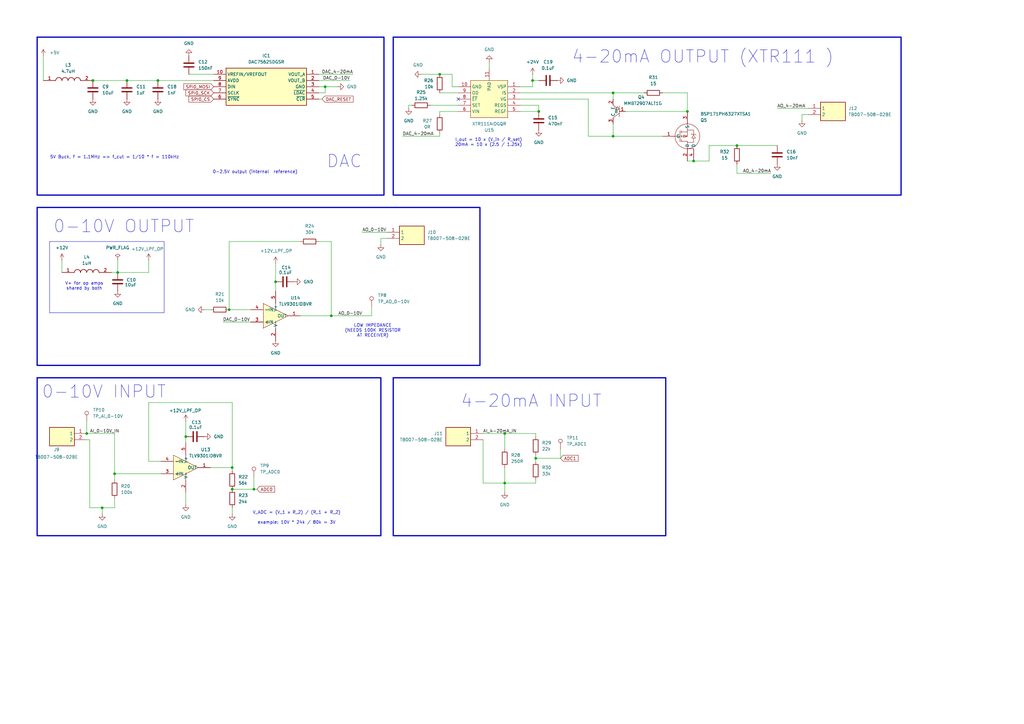
<source format=kicad_sch>
(kicad_sch (version 20250114) (generator "eeschema") (generator_version "9.0")
  (paper "A3")
  (lib_symbols
    (symbol "Connector:TestPoint" (pin_numbers (hide yes)) (pin_names (offset 0.762) (hide yes))
      (property "Reference" "TP" (at 0 6.858 0))
      (property "Value" "TestPoint" (at 0 5.08 0))
      (symbol "TestPoint_0_1"
        (circle (center 0 3.302) (radius 0.762))
      )
      (symbol "TestPoint_1_1"
        (pin passive line (at 0 0 90) (length 2.54) (name "1") (number "1"))
      )
    )
    (symbol "Device:C" (pin_numbers (hide yes)) (pin_names (offset 0.254))
      (property "Reference" "C" (at 0.635 2.54 0))
      (property "Value" "C" (at 0.635 -2.54 0))
      (symbol "C_0_1"
        (polyline (pts (xy -2.032 0.762) (xy 2.032 0.762)) (stroke (width 0.508)))
        (polyline (pts (xy -2.032 -0.762) (xy 2.032 -0.762)) (stroke (width 0.508)))
      )
      (symbol "C_1_1"
        (pin passive line (at 0 3.81 270) (length 2.794) (name "~") (number "1"))
        (pin passive line (at 0 -3.81 90) (length 2.794) (name "~") (number "2"))
      )
    )
    (symbol "Device:R" (pin_numbers (hide yes)) (pin_names (offset 0))
      (property "Reference" "R" (at 2.032 0 90))
      (property "Value" "R" (at 0 0 90))
      (symbol "R_0_1"
        (rectangle (start -1.016 -2.54) (end 1.016 2.54) (stroke (width 0.254)))
      )
      (symbol "R_1_1"
        (pin passive line (at 0 3.81 270) (length 1.27) (name "~") (number "1"))
        (pin passive line (at 0 -3.81 90) (length 1.27) (name "~") (number "2"))
      )
    )
    (symbol "EasyEDA:BSP171PH6327XTSA1"
      (property "Reference" "Q" (at 0 15.24 0))
      (property "Value" "BSP171PH6327XTSA1" (at 0 -15.24 0))
      (symbol "BSP171PH6327XTSA1_0_1"
        (polyline (pts (xy -5.08 0) (xy -3.05 0)))
        (polyline (pts (xy -3.05 2.29) (xy -3.05 -2.29)))
        (polyline (pts (xy -2.54 2.29) (xy -2.54 1.27)))
        (polyline (pts (xy -2.54 2.03) (xy 0 2.03) (xy 0 2.54) (xy 2.54 2.54) (xy 2.54 0.76)))
        (polyline (pts (xy -2.54 0) (xy 0 0) (xy 0 -2.54) (xy 2.54 -2.54) (xy 2.54 -0.76)))
        (polyline (pts (xy -2.54 -0.51) (xy -2.54 0.51)))
        (polyline (pts (xy -2.54 -2.29) (xy -2.54 -1.27)))
        (polyline (pts (xy 0 2.54) (xy 0 5.08)))
        (polyline (pts (xy 0 0) (xy -1.52 -0.51) (xy -1.52 0.51) (xy 0 0)) (fill (type background)))
        (circle (center 0 0) (radius 5.08))
        (polyline (pts (xy 0 -1.78) (xy -2.54 -1.78)))
        (polyline (pts (xy 0 -5.08) (xy 0 -2.54)))
        (polyline (pts (xy 2.54 5.08) (xy 0 5.08)))
        (polyline (pts (xy 2.54 -0.51) (xy 1.78 0.76) (xy 3.3 0.76) (xy 2.54 -0.51)) (fill (type background)))
        (polyline (pts (xy 3.56 -0.51) (xy 3.3 -0.76) (xy 1.78 -0.76) (xy 1.52 -1.02)))
        (pin unspecified line (at -10.16 0 0) (length 5.08) (name "G") (number "1"))
        (pin unspecified line (at 0 10.16 270) (length 5.08) (name "D") (number "2"))
        (pin unspecified line (at 0 -10.16 90) (length 5.08) (name "S") (number "3"))
        (pin unspecified line (at 2.54 10.16 270) (length 5.08) (name "D") (number "4"))
      )
    )
    (symbol "EasyEDA:MMBT2907ALT1G"
      (property "Reference" "Q" (at 0 10.16 0))
      (property "Value" "MMBT2907ALT1G" (at 0 -10.16 0))
      (symbol "MMBT2907ALT1G_0_1"
        (polyline (pts (xy 0 2.29) (xy 0 -2.29)))
        (polyline (pts (xy 0 -0.76) (xy 1.52 -1.02) (xy 0.76 -2.03) (xy 0 -0.76)) (fill (type background)))
        (polyline (pts (xy 0.76 -1.27) (xy 2.54 -2.54)))
        (polyline (pts (xy 2.54 2.54) (xy 0 0.76)))
        (pin unspecified line (at -2.54 0 0) (length 2.54) (name "B") (number "1"))
        (pin unspecified line (at 2.54 5.08 270) (length 2.54) (name "C") (number "3"))
        (pin unspecified line (at 2.54 -5.08 90) (length 2.54) (name "E") (number "2"))
      )
    )
    (symbol "EasyEDA:TLV9301IDBVR"
      (property "Reference" "U" (at 0 15.24 0))
      (property "Value" "TLV9301IDBVR" (at 0 -15.24 0))
      (symbol "TLV9301IDBVR_0_1"
        (polyline (pts (xy -5.08 -5.08) (xy 5.08 0) (xy -5.08 5.08) (xy -5.08 -5.08)) (fill (type background)))
        (polyline (pts (xy -4.06 2.54) (xy -2.54 2.54)))
        (polyline (pts (xy -4.06 -2.54) (xy -2.54 -2.54)))
        (polyline (pts (xy -3.3 -1.78) (xy -3.3 -3.3)))
        (polyline (pts (xy 0 5.08) (xy 0 2.54)))
        (polyline (pts (xy 0 -2.54) (xy 0 -5.08)))
        (pin unspecified line (at -10.16 2.54 0) (length 5.08) (name "-IN") (number "4"))
        (pin unspecified line (at -10.16 -2.54 0) (length 5.08) (name "+IN") (number "3"))
        (pin power_in line (at 0 10.16 270) (length 5.08) (name "V+") (number "5"))
        (pin power_in line (at 0 -10.16 90) (length 5.08) (name "V-") (number "2"))
        (pin output line (at 10.16 0 180) (length 5.08) (name "OUT") (number "1"))
      )
    )
    (symbol "EasyEDA:XTR111AIDGQR"
      (property "Reference" "U" (at 0 17.78 0))
      (property "Value" "XTR111AIDGQR" (at 0 -10.16 0))
      (symbol "XTR111AIDGQR_0_1"
        (rectangle (start -7.62 7.62) (end 7.62 -7.62) (fill (type background)))
        (pin unspecified line (at -12.7 5.08 0) (length 5.08) (name "VSP") (number "1"))
        (pin unspecified line (at -12.7 2.54 0) (length 5.08) (name "IS") (number "2"))
        (pin unspecified line (at -12.7 0 0) (length 5.08) (name "VG") (number "3"))
        (pin unspecified line (at -12.7 -2.54 0) (length 5.08) (name "REGS") (number "4"))
        (pin unspecified line (at -12.7 -5.08 0) (length 5.08) (name "REGF") (number "5"))
        (pin unspecified line (at 0 12.7 270) (length 5.08) (name "PAD") (number "11"))
        (pin unspecified line (at 12.7 5.08 180) (length 5.08) (name "GND") (number "10"))
        (pin unspecified line (at 12.7 2.54 180) (length 5.08) (name "OD") (number "9"))
        (pin unspecified line (at 12.7 0 180) (length 5.08) (name "~{EF}") (number "8"))
        (pin unspecified line (at 12.7 -2.54 180) (length 5.08) (name "SET") (number "7"))
        (pin unspecified line (at 12.7 -5.08 180) (length 5.08) (name "VIN") (number "6"))
      )
    )
    (symbol "Samacsys:DAC7562SDGSR"
      (property "Reference" "IC" (at 39.37 7.62 0))
      (property "Value" "DAC7562SDGSR" (at 39.37 5.08 0))
      (symbol "DAC7562SDGSR_1_1"
        (rectangle (start 5.08 2.54) (end 38.1 -12.7) (stroke (width 0.254)) (fill (type background)))
        (pin passive line (at 0 0 0) (length 5.08) (name "VOUT_A") (number "1"))
        (pin passive line (at 0 -2.54 0) (length 5.08) (name "VOUT_B") (number "2"))
        (pin passive line (at 0 -5.08 0) (length 5.08) (name "GND") (number "3"))
        (pin passive line (at 0 -7.62 0) (length 5.08) (name "~{LDAC}") (number "4"))
        (pin passive line (at 0 -10.16 0) (length 5.08) (name "~{CLR}") (number "5"))
        (pin passive line (at 43.18 0 180) (length 5.08) (name "VREFIN/VREFOUT") (number "10"))
        (pin passive line (at 43.18 -2.54 180) (length 5.08) (name "AVDD") (number "9"))
        (pin passive line (at 43.18 -5.08 180) (length 5.08) (name "DIN") (number "8"))
        (pin passive line (at 43.18 -7.62 180) (length 5.08) (name "SCLK") (number "7"))
        (pin passive line (at 43.18 -10.16 180) (length 5.08) (name "~{SYNC}") (number "6"))
      )
    )
    (symbol "Samacsys:LQM31PN1R0M00L" (pin_names (hide yes))
      (property "Reference" "L" (at 16.51 6.35 0))
      (property "Value" "LQM31PN1R0M00L" (at 16.51 3.81 0))
      (symbol "LQM31PN1R0M00L_1_1"
        (arc (start 5.08 0) (mid 6.35 1.219) (end 7.62 0) (stroke (width 0.254)))
        (arc (start 7.62 0) (mid 8.89 1.219) (end 10.16 0) (stroke (width 0.254)))
        (arc (start 10.16 0) (mid 11.43 1.219) (end 12.7 0) (stroke (width 0.254)))
        (arc (start 12.7 0) (mid 13.97 1.219) (end 15.24 0) (stroke (width 0.254)))
        (pin passive line (at 0 0 0) (length 5.08) (name "1") (number "1"))
        (pin passive line (at 20.32 0 180) (length 5.08) (name "2") (number "2"))
      )
    )
    (symbol "Samacsys:LQM31PN4R7M00L" (pin_names (hide yes))
      (property "Reference" "L" (at 16.51 6.35 0))
      (property "Value" "LQM31PN4R7M00L" (at 16.51 3.81 0))
      (symbol "LQM31PN4R7M00L_1_1"
        (arc (start 5.08 0) (mid 6.35 1.219) (end 7.62 0) (stroke (width 0.254)))
        (arc (start 7.62 0) (mid 8.89 1.219) (end 10.16 0) (stroke (width 0.254)))
        (arc (start 10.16 0) (mid 11.43 1.219) (end 12.7 0) (stroke (width 0.254)))
        (arc (start 12.7 0) (mid 13.97 1.219) (end 15.24 0) (stroke (width 0.254)))
        (pin passive line (at 0 0 0) (length 5.08) (name "1") (number "1"))
        (pin passive line (at 20.32 0 180) (length 5.08) (name "2") (number "2"))
      )
    )
    (symbol "Samacsys:TB007-508-02BE"
      (property "Reference" "J" (at 16.51 7.62 0))
      (property "Value" "TB007-508-02BE" (at 16.51 5.08 0))
      (symbol "TB007-508-02BE_1_1"
        (rectangle (start 5.08 2.54) (end 15.24 -5.08) (stroke (width 0.254)) (fill (type background)))
        (pin passive line (at 0 0 0) (length 5.08) (name "1") (number "1"))
        (pin passive line (at 0 -2.54 0) (length 5.08) (name "2") (number "2"))
      )
    )
    (symbol "power:+12V" (power) (pin_numbers (hide yes)) (pin_names (offset 0) (hide yes))
      (property "Value" "+12V" (at 0 3.556 0))
      (symbol "+12V_0_1"
        (polyline (pts (xy -0.762 1.27) (xy 0 2.54)))
        (polyline (pts (xy 0 2.54) (xy 0.762 1.27)))
        (polyline (pts (xy 0 0) (xy 0 2.54)))
      )
      (symbol "+12V_1_1"
        (pin power_in line (at 0 0 90) (length 0) (name "~") (number "1"))
      )
    )
    (symbol "power:+24V" (power) (pin_numbers (hide yes)) (pin_names (offset 0) (hide yes))
      (property "Value" "+24V" (at 0 3.556 0))
      (symbol "+24V_0_1"
        (polyline (pts (xy -0.762 1.27) (xy 0 2.54)))
        (polyline (pts (xy 0 2.54) (xy 0.762 1.27)))
        (polyline (pts (xy 0 0) (xy 0 2.54)))
      )
      (symbol "+24V_1_1"
        (pin power_in line (at 0 0 90) (length 0) (name "~") (number "1"))
      )
    )
    (symbol "power:+5V" (power) (pin_numbers (hide yes)) (pin_names (offset 0) (hide yes))
      (property "Value" "+5V" (at 0 3.556 0))
      (symbol "+5V_0_1"
        (polyline (pts (xy -0.762 1.27) (xy 0 2.54)))
        (polyline (pts (xy 0 2.54) (xy 0.762 1.27)))
        (polyline (pts (xy 0 0) (xy 0 2.54)))
      )
      (symbol "+5V_1_1"
        (pin power_in line (at 0 0 90) (length 0) (name "~") (number "1"))
      )
    )
    (symbol "power:GND" (power) (pin_numbers (hide yes)) (pin_names (offset 0) (hide yes))
      (property "Value" "GND" (at 0 -3.81 0))
      (symbol "GND_0_1"
        (polyline (pts (xy 0 0) (xy 0 -1.27) (xy 1.27 -1.27) (xy 0 -2.54) (xy -1.27 -1.27) (xy 0 -1.27)))
      )
      (symbol "GND_1_1"
        (pin power_in line (at 0 0 270) (length 0) (name "~") (number "1"))
      )
    )
    (symbol "power:PWR_FLAG" (power) (pin_numbers (hide yes)) (pin_names (offset 0) (hide yes))
      (property "Value" "PWR_FLAG" (at 0 3.81 0))
      (symbol "PWR_FLAG_0_0"
        (pin power_out line (at 0 0 90) (length 0) (name "~") (number "1"))
      )
      (symbol "PWR_FLAG_0_1"
        (polyline (pts (xy 0 0) (xy 0 1.27) (xy -1.016 1.905) (xy 0 2.54) (xy 1.016 1.905) (xy 0 1.27)))
      )
    )
  )
  (rectangle (start 161.29 154.94) (end 273.05 219.71) (stroke (width 0.508)))
  (rectangle (start 20.32 99.06) (end 67.31 128.27))
  (rectangle (start 15.24 154.94) (end 156.21 219.71) (stroke (width 0.508)))
  (rectangle (start 15.24 85.09) (end 196.85 149.86) (stroke (width 0.508)))
  (rectangle (start 15.24 15.24) (end 157.48 80.01) (stroke (width 0.508)))
  (rectangle (start 161.29 15.24) (end 369.57 80.01) (stroke (width 0.508)))
  (text "V_ADC = (V_1 x R_2) / (R_1 + R_2)\n\nexample: 10V * 24k / 80k = 3V" (at 121.666 212.344 0) (effects (font (size 1.27 1.27))))
  (text "0-10V OUTPUT" (at 50.8 92.964 0) (effects (font (size 5.08 5.08))))
  (text "4-20mA OUTPUT (XTR111 )\n" (at 288.29 23.368 0) (effects (font (size 5.08 5.08))))
  (text "LOW IMPEDANCE\n(NEEDS 100K RESISTOR\nAT RECEIVER)\n" (at 152.908 135.636 0) (effects (font (size 1.27 1.27))))
  (text "I_out = 10 x (V_in / R_set)\n20mA = 10 x (2.5 / 1.25k)" (at 200.406 58.42 0) (effects (font (size 1.27 1.27))))
  (text "5V Buck, f = 1.1MHz => f_cut = 1/10 * f = 110kHz" (at 46.99 64.516 0) (effects (font (size 1.27 1.27))))
  (text "0-10V INPUT" (at 42.672 160.782 0) (effects (font (size 5.08 5.08))))
  (text "V+ for op amps\nshared by both" (at 34.544 117.348 0) (effects (font (size 1.27 1.27))))
  (text "0-2.5V output (internal  reference)" (at 104.648 70.612 0) (effects (font (size 1.27 1.27))))
  (text "DAC" (at 141.224 66.294 0) (effects (font (size 5.08 5.08))))
  (text "4-20mA INPUT" (at 217.932 164.592 0) (effects (font (size 5.08 5.08))))
  (junction (at 52.07 33.02))
  (junction (at 113.03 115.57))
  (junction (at 48.26 111.76))
  (junction (at 76.2 179.07))
  (junction (at 46.99 194.31))
  (junction (at 64.77 33.02))
  (junction (at 220.98 45.72))
  (junction (at 207.01 198.12))
  (junction (at 251.46 55.88))
  (junction (at 38.1 33.02))
  (junction (at 95.25 191.77))
  (junction (at 93.98 127))
  (junction (at 104.14 200.66))
  (junction (at 35.56 177.8))
  (junction (at 95.25 200.66))
  (junction (at 41.91 208.28))
  (junction (at 180.34 30.48))
  (junction (at 135.89 129.54))
  (junction (at 218.44 33.02))
  (junction (at 207.01 177.8))
  (junction (at 133.35 35.56))
  (junction (at 284.48 66.04))
  (junction (at 302.26 59.69))
  (junction (at 219.71 187.96))
  (junction (at 251.46 38.1))
  (junction (at 281.94 45.72))
  (no_connect (at 187.96 40.64))
  (wire (pts (xy 130.81 35.56) (xy 133.35 35.56)))
  (wire (pts (xy 218.44 35.56) (xy 213.36 35.56)))
  (wire (pts (xy 213.36 38.1) (xy 251.46 38.1)))
  (wire (pts (xy 180.34 54.61) (xy 180.34 55.88)))
  (wire (pts (xy 130.81 33.02) (xy 143.51 33.02)))
  (wire (pts (xy 156.21 100.33) (xy 156.21 97.79)))
  (wire (pts (xy 152.4 125.73) (xy 152.4 129.54)))
  (wire (pts (xy 185.42 35.56) (xy 187.96 35.56)))
  (wire (pts (xy 35.56 172.72) (xy 35.56 177.8)))
  (wire (pts (xy 251.46 38.1) (xy 264.16 38.1)))
  (wire (pts (xy 302.26 67.31) (xy 302.26 71.12)))
  (wire (pts (xy 219.71 186.69) (xy 219.71 187.96)))
  (wire (pts (xy 25.4 106.68) (xy 25.4 111.76)))
  (wire (pts (xy 156.21 97.79) (xy 158.75 97.79)))
  (wire (pts (xy 36.83 180.34) (xy 36.83 208.28)))
  (wire (pts (xy 198.12 177.8) (xy 207.01 177.8)))
  (wire (pts (xy 284.48 66.04) (xy 290.83 66.04)))
  (wire (pts (xy 76.2 172.72) (xy 76.2 179.07)))
  (wire (pts (xy 281.94 38.1) (xy 281.94 45.72)))
  (wire (pts (xy 130.81 40.64) (xy 132.08 40.64)))
  (wire (pts (xy 165.1 55.88) (xy 180.34 55.88)))
  (wire (pts (xy 251.46 50.8) (xy 251.46 55.88)))
  (wire (pts (xy 76.2 179.07) (xy 76.2 181.61)))
  (wire (pts (xy 251.46 55.88) (xy 271.78 55.88)))
  (wire (pts (xy 148.59 95.25) (xy 158.75 95.25)))
  (wire (pts (xy 60.96 165.1) (xy 95.25 165.1)))
  (wire (pts (xy 302.26 71.12) (xy 316.23 71.12)))
  (wire (pts (xy 38.1 33.02) (xy 52.07 33.02)))
  (wire (pts (xy 95.25 193.04) (xy 95.25 191.77)))
  (wire (pts (xy 76.2 201.93) (xy 76.2 207.01)))
  (wire (pts (xy 187.96 38.1) (xy 180.34 38.1)))
  (wire (pts (xy 302.26 59.69) (xy 318.77 59.69)))
  (wire (pts (xy 113.03 115.57) (xy 113.03 119.38)))
  (wire (pts (xy 176.53 43.18) (xy 187.96 43.18)))
  (wire (pts (xy 180.34 46.99) (xy 180.34 45.72)))
  (wire (pts (xy 46.99 204.47) (xy 46.99 208.28)))
  (wire (pts (xy 52.07 33.02) (xy 64.77 33.02)))
  (wire (pts (xy 281.94 66.04) (xy 284.48 66.04)))
  (wire (pts (xy 213.36 43.18) (xy 220.98 43.18)))
  (wire (pts (xy 180.34 30.48) (xy 185.42 30.48)))
  (wire (pts (xy 48.26 106.68) (xy 48.26 111.76)))
  (wire (pts (xy 220.98 33.02) (xy 218.44 33.02)))
  (wire (pts (xy 281.94 38.1) (xy 271.78 38.1)))
  (wire (pts (xy 95.25 208.28) (xy 95.25 210.82)))
  (wire (pts (xy 35.56 177.8) (xy 46.99 177.8)))
  (wire (pts (xy 46.99 194.31) (xy 66.04 194.31)))
  (wire (pts (xy 104.14 200.66) (xy 105.41 200.66)))
  (wire (pts (xy 180.34 45.72) (xy 187.96 45.72)))
  (wire (pts (xy 130.81 38.1) (xy 133.35 38.1)))
  (wire (pts (xy 172.72 30.48) (xy 180.34 30.48)))
  (wire (pts (xy 46.99 177.8) (xy 46.99 194.31)))
  (wire (pts (xy 213.36 45.72) (xy 220.98 45.72)))
  (wire (pts (xy 77.47 30.48) (xy 87.63 30.48)))
  (wire (pts (xy 207.01 191.77) (xy 207.01 198.12)))
  (wire (pts (xy 133.35 35.56) (xy 138.43 35.56)))
  (wire (pts (xy 113.03 107.95) (xy 113.03 115.57)))
  (wire (pts (xy 229.87 184.15) (xy 229.87 187.96)))
  (wire (pts (xy 93.98 127) (xy 102.87 127)))
  (wire (pts (xy 328.93 46.99) (xy 331.47 46.99)))
  (wire (pts (xy 17.78 22.86) (xy 17.78 33.02)))
  (wire (pts (xy 135.89 99.06) (xy 135.89 129.54)))
  (wire (pts (xy 123.19 129.54) (xy 135.89 129.54)))
  (wire (pts (xy 130.81 99.06) (xy 135.89 99.06)))
  (wire (pts (xy 46.99 194.31) (xy 46.99 196.85)))
  (wire (pts (xy 198.12 198.12) (xy 207.01 198.12)))
  (wire (pts (xy 41.91 208.28) (xy 41.91 210.82)))
  (wire (pts (xy 135.89 129.54) (xy 152.4 129.54)))
  (wire (pts (xy 220.98 43.18) (xy 220.98 45.72)))
  (wire (pts (xy 41.91 208.28) (xy 46.99 208.28)))
  (wire (pts (xy 207.01 198.12) (xy 219.71 198.12)))
  (wire (pts (xy 60.96 189.23) (xy 60.96 165.1)))
  (wire (pts (xy 219.71 198.12) (xy 219.71 196.85)))
  (wire (pts (xy 207.01 177.8) (xy 207.01 184.15)))
  (wire (pts (xy 144.78 30.48) (xy 130.81 30.48)))
  (wire (pts (xy 93.98 99.06) (xy 123.19 99.06)))
  (wire (pts (xy 241.3 40.64) (xy 241.3 55.88)))
  (wire (pts (xy 219.71 187.96) (xy 219.71 189.23)))
  (wire (pts (xy 328.93 49.53) (xy 328.93 46.99)))
  (wire (pts (xy 95.25 200.66) (xy 104.14 200.66)))
  (wire (pts (xy 198.12 180.34) (xy 198.12 198.12)))
  (wire (pts (xy 36.83 208.28) (xy 41.91 208.28)))
  (wire (pts (xy 219.71 187.96) (xy 229.87 187.96)))
  (wire (pts (xy 133.35 38.1) (xy 133.35 35.56)))
  (wire (pts (xy 48.26 111.76) (xy 60.96 111.76)))
  (wire (pts (xy 213.36 40.64) (xy 241.3 40.64)))
  (wire (pts (xy 64.77 33.02) (xy 87.63 33.02)))
  (wire (pts (xy 60.96 106.68) (xy 60.96 111.76)))
  (wire (pts (xy 104.14 195.58) (xy 104.14 200.66)))
  (wire (pts (xy 218.44 30.48) (xy 218.44 33.02)))
  (wire (pts (xy 95.25 165.1) (xy 95.25 191.77)))
  (wire (pts (xy 167.64 43.18) (xy 168.91 43.18)))
  (wire (pts (xy 36.83 180.34) (xy 35.56 180.34)))
  (wire (pts (xy 83.82 127) (xy 86.36 127)))
  (wire (pts (xy 167.64 44.45) (xy 167.64 43.18)))
  (wire (pts (xy 66.04 189.23) (xy 60.96 189.23)))
  (wire (pts (xy 241.3 55.88) (xy 251.46 55.88)))
  (wire (pts (xy 207.01 198.12) (xy 207.01 201.93)))
  (wire (pts (xy 93.98 99.06) (xy 93.98 127)))
  (wire (pts (xy 256.54 45.72) (xy 281.94 45.72)))
  (wire (pts (xy 251.46 38.1) (xy 251.46 40.64)))
  (wire (pts (xy 318.77 44.45) (xy 331.47 44.45)))
  (wire (pts (xy 91.44 132.08) (xy 102.87 132.08)))
  (wire (pts (xy 219.71 179.07) (xy 219.71 177.8)))
  (wire (pts (xy 45.72 111.76) (xy 48.26 111.76)))
  (wire (pts (xy 218.44 33.02) (xy 218.44 35.56)))
  (wire (pts (xy 290.83 66.04) (xy 290.83 59.69)))
  (wire (pts (xy 290.83 59.69) (xy 302.26 59.69)))
  (wire (pts (xy 200.66 25.4) (xy 200.66 27.94)))
  (wire (pts (xy 185.42 30.48) (xy 185.42 35.56)))
  (wire (pts (xy 95.25 191.77) (xy 86.36 191.77)))
  (wire (pts (xy 219.71 177.8) (xy 207.01 177.8)))
  (label "AO_0-10V" (at 148.59 95.25 0))
  (label "DAC_0-10V" (at 143.51 33.02 180))
  (label "DAC_4-20mA" (at 165.1 55.88 0))
  (label "AO_4-20mA" (at 318.77 44.45 0))
  (label "AI_4-20mA_IN" (at 198.12 177.8 0))
  (label "AI_0-10V_IN" (at 36.83 177.8 0))
  (label "AO_4-20mA" (at 316.23 71.12 180))
  (label "AO_0-10V" (at 148.59 129.54 180))
  (label "DAC_4-20mA" (at 144.78 30.48 180))
  (label "DAC_0-10V" (at 91.44 132.08 0))
  (global_label "DAC_RESET" (shape input) (at 132.08 40.64 0) (property "Intersheetrefs" "${INTERSHEET_REFS}" (effects (hide yes))))
  (global_label "ADC1" (shape input) (at 229.87 187.96 0) (property "Intersheetrefs" "${INTERSHEET_REFS}" (effects (hide yes))))
  (global_label "SPI0_MOSI" (shape input) (at 87.63 35.56 180) (property "Intersheetrefs" "${INTERSHEET_REFS}" (effects (hide yes))))
  (global_label "SPI0_CS" (shape input) (at 87.63 40.64 180) (property "Intersheetrefs" "${INTERSHEET_REFS}" (effects (hide yes))))
  (global_label "SPI0_SCK" (shape input) (at 87.63 38.1 180) (property "Intersheetrefs" "${INTERSHEET_REFS}" (effects (hide yes))))
  (global_label "ADC0" (shape input) (at 105.41 200.66 0) (property "Intersheetrefs" "${INTERSHEET_REFS}" (effects (hide yes))))
  (symbol (lib_id "Device:R") (at 172.72 43.18 270) (mirror x) (unit 1)
    (property "Reference" "R25" (at 172.72 37.846 90))
    (property "Value" "1.25k" (at 172.72 40.386 90))
    (property "Footprint" "Resistor_SMD:R_1206_3216Metric_Pad1.30x1.75mm_HandSolder" (effects (hide yes)))
    (property "Description" "Resistor" (effects (hide yes)))
  )
  (symbol (lib_id "power:GND") (at 207.01 201.93 0) (unit 1)
    (property "Reference" "#PWR056" (effects (hide yes)))
    (property "Value" "GND" (at 207.01 207.01 0))
    (property "Description" "Power symbol creates a global label with name \"GND\" , ground" (effects (hide yes)))
  )
  (symbol (lib_id "Device:R") (at 46.99 200.66 180) (unit 1)
    (property "Reference" "R20" (at 49.53 199.3899 0) (effects (justify right)))
    (property "Value" "100k" (at 49.53 201.9299 0) (effects (justify right)))
    (property "Footprint" "Resistor_SMD:R_1206_3216Metric_Pad1.30x1.75mm_HandSolder" (effects (hide yes)))
    (property "Description" "Resistor" (effects (hide yes)))
  )
  (symbol (lib_id "EasyEDA:MMBT2907ALT1G") (at 254 45.72 180) (unit 1)
    (property "Reference" "Q4" (at 261.62 39.878 0) (effects (justify right)))
    (property "Value" "MMBT2907ALT1G" (at 255.778 42.418 0) (effects (justify right)))
    (property "Footprint" "EasyEDA:SOT-23-3_L2.9-W1.3-P1.90-LS2.4-BR" (effects (hide yes)))
    (property "Datasheet" "https://lcsc.com/product-detail/Transistors-NPN-PNP_ON_MMBT2907ALT1G_MMBT2907ALT1G_C40752.html" (effects (hide yes)))
    (property "LCSC Part" "C40752" (effects (hide yes)))
  )
  (symbol (lib_id "Device:R") (at 180.34 34.29 0) (mirror x) (unit 1)
    (property "Reference" "R26" (at 177.8 33.0199 0) (effects (justify right)))
    (property "Value" "10k" (at 177.8 35.5599 0) (effects (justify right)))
    (property "Footprint" "Resistor_SMD:R_1206_3216Metric_Pad1.30x1.75mm_HandSolder" (effects (hide yes)))
    (property "Description" "Resistor" (effects (hide yes)))
  )
  (symbol (lib_id "EasyEDA:TLV9301IDBVR") (at 76.2 191.77 0) (unit 1)
    (property "Reference" "U13" (at 84.328 184.404 0))
    (property "Value" "TLV9301IDBVR" (at 84.328 186.944 0))
    (property "Footprint" "EasyEDA:SOT-23-5_L3.0-W1.7-P0.95-LS2.8-BR" (effects (hide yes)))
    (property "LCSC Part" "C2867945" (effects (hide yes)))
  )
  (symbol (lib_id "Device:R") (at 90.17 127 270) (mirror x) (unit 1)
    (property "Reference" "R21" (at 90.17 120.65 90))
    (property "Value" "10k" (at 90.17 123.19 90))
    (property "Footprint" "Resistor_SMD:R_1206_3216Metric_Pad1.30x1.75mm_HandSolder" (effects (hide yes)))
    (property "Description" "Resistor" (effects (hide yes)))
  )
  (symbol (lib_id "power:GND") (at 77.47 22.86 180) (unit 1)
    (property "Reference" "#PWR042" (effects (hide yes)))
    (property "Value" "GND" (at 77.47 17.78 0))
    (property "Description" "Power symbol creates a global label with name \"GND\" , ground" (effects (hide yes)))
  )
  (symbol (lib_id "power:GND") (at 156.21 100.33 0) (unit 1)
    (property "Reference" "#PWR052" (effects (hide yes)))
    (property "Value" "GND" (at 156.21 105.41 0))
    (property "Description" "Power symbol creates a global label with name \"GND\" , ground" (effects (hide yes)))
  )
  (symbol (lib_id "Samacsys:TB007-508-02BE") (at 198.12 177.8 0) (mirror y) (unit 1)
    (property "Reference" "J11" (at 181.61 177.7999 0) (effects (justify left)))
    (property "Value" "TB007-508-02BE" (at 181.61 180.3399 0) (effects (justify left)))
    (property "Footprint" "Samacsys:TB00750802BE" (effects (hide yes)))
    (property "Datasheet" "https://www.digikey.ph/en/products/detail/same-sky-formerly-cui-devices/TB007-508-02BE/10064127?msockid=3bdc366bbe0663d83c1223c0bf3662a6" (effects (hide yes)))
    (property "Description" "2~24 Poles, Screw Type, Horizontal, 5.08 Pitch, 24~12 (AWG), Terminal Block Connector" (effects (hide yes)))
    (property "Height" "14" (effects (hide yes)))
    (property "Mouser Part Number" "490-TB007-508-02BE" (effects (hide yes)))
    (property "Mouser Price/Stock" "https://www.mouser.co.uk/ProductDetail/Same-Sky/TB007-508-02BE?qs=vLWxofP3U2y6PFKAfCqKUQ%3D%3D" (effects (hide yes)))
    (property "Manufacturer_Name" "Same Sky" (effects (hide yes)))
    (property "Manufacturer_Part_Number" "TB007-508-02BE" (effects (hide yes)))
  )
  (symbol (lib_id "power:GND") (at 76.2 207.01 0) (unit 1)
    (property "Reference" "#PWR045" (effects (hide yes)))
    (property "Value" "GND" (at 76.2 212.09 0))
    (property "Description" "Power symbol creates a global label with name \"GND\" , ground" (effects (hide yes)))
  )
  (symbol (lib_id "Device:C") (at 224.79 33.02 270) (unit 1)
    (property "Reference" "C19" (at 224.79 25.4 90))
    (property "Value" "0.1uF" (at 224.79 27.94 90))
    (property "Footprint" "Capacitor_SMD:C_1206_3216Metric_Pad1.33x1.80mm_HandSolder" (effects (hide yes)))
    (property "Description" "Unpolarized capacitor" (effects (hide yes)))
  )
  (symbol (lib_id "Device:R") (at 219.71 193.04 180) (unit 1)
    (property "Reference" "R30" (at 222.25 191.7699 0) (effects (justify right)))
    (property "Value" "33k" (at 222.25 194.3099 0) (effects (justify right)))
    (property "Footprint" "Resistor_SMD:R_1206_3216Metric_Pad1.30x1.75mm_HandSolder" (effects (hide yes)))
    (property "Description" "Resistor" (effects (hide yes)))
  )
  (symbol (lib_id "power:GND") (at 38.1 40.64 0) (unit 1)
    (property "Reference" "#PWR037" (effects (hide yes)))
    (property "Value" "GND" (at 38.1 45.72 0))
    (property "Description" "Power symbol creates a global label with name \"GND\" , ground" (effects (hide yes)))
  )
  (symbol (lib_id "Device:C") (at 116.84 115.57 90) (mirror x) (unit 1)
    (property "Reference" "C14" (at 117.348 109.728 90))
    (property "Value" "0.1uF" (at 117.094 111.76 90))
    (property "Footprint" "Capacitor_SMD:C_1206_3216Metric_Pad1.33x1.80mm_HandSolder" (effects (hide yes)))
    (property "Description" "Unpolarized capacitor" (effects (hide yes)))
  )
  (symbol (lib_id "power:+12V") (at 76.2 172.72 0) (unit 1)
    (property "Reference" "#PWR044" (effects (hide yes)))
    (property "Value" "+12V_LPF_OP" (at 69.342 168.402 0) (effects (justify left)))
    (property "Description" "Power symbol creates a global label with name \"+12V\"" (effects (hide yes)))
  )
  (symbol (lib_id "EasyEDA:BSP171PH6327XTSA1") (at 281.94 55.88 0) (mirror x) (unit 1)
    (property "Reference" "Q5" (at 287.274 49.276 0) (effects (justify left)))
    (property "Value" "BSP171PH6327XTSA1" (at 287.274 46.736 0) (effects (justify left)))
    (property "Footprint" "EasyEDA:SOT-223-4_L6.5-W3.5-P2.30-LS7.0-BR" (effects (hide yes)))
    (property "Datasheet" "https://lcsc.com/product-detail/MOSFET_Infineon_BSP171PH6327XTSA1_BSP171PH6327XTSA1_C151492.html" (effects (hide yes)))
    (property "LCSC Part" "C151492" (effects (hide yes)))
  )
  (symbol (lib_id "Device:R") (at 219.71 182.88 180) (unit 1)
    (property "Reference" "R29" (at 222.25 181.6099 0) (effects (justify right)))
    (property "Value" "22k" (at 222.25 184.1499 0) (effects (justify right)))
    (property "Footprint" "Resistor_SMD:R_1206_3216Metric_Pad1.30x1.75mm_HandSolder" (effects (hide yes)))
    (property "Description" "Resistor" (effects (hide yes)))
  )
  (symbol (lib_id "power:GND") (at 120.65 115.57 90) (unit 1)
    (property "Reference" "#PWR050" (effects (hide yes)))
    (property "Value" "GND" (at 124.46 115.5699 90) (effects (justify right)))
    (property "Description" "Power symbol creates a global label with name \"GND\" , ground" (effects (hide yes)))
  )
  (symbol (lib_id "Device:C") (at 77.47 26.67 180) (unit 1)
    (property "Reference" "C12" (at 81.28 25.3999 0) (effects (justify right)))
    (property "Value" "150nF" (at 81.28 27.9399 0) (effects (justify right)))
    (property "Footprint" "Capacitor_SMD:C_1206_3216Metric_Pad1.33x1.80mm_HandSolder" (effects (hide yes)))
    (property "Description" "Unpolarized capacitor" (effects (hide yes)))
  )
  (symbol (lib_id "EasyEDA:TLV9301IDBVR") (at 113.03 129.54 0) (unit 1)
    (property "Reference" "U14" (at 121.158 122.174 0))
    (property "Value" "TLV9301IDBVR" (at 121.158 124.714 0))
    (property "Footprint" "EasyEDA:SOT-23-5_L3.0-W1.7-P0.95-LS2.8-BR" (effects (hide yes)))
    (property "LCSC Part" "C2867945" (effects (hide yes)))
  )
  (symbol (lib_id "Samacsys:DAC7562SDGSR") (at 130.81 30.48 0) (mirror y) (unit 1)
    (property "Reference" "IC1" (at 109.22 22.86 0))
    (property "Value" "DAC7562SDGSR" (at 109.22 25.4 0))
    (property "Footprint" "Samacsys:SOP50P490X110-10N" (effects (hide yes)))
    (property "Datasheet" "http://www.ti.com/general/docs/suppproductinfo.tsp?distId=10&gotoUrl=http%3A%2F%2Fwww.ti.com%2Flit%2Fgpn%2Fdac7562" (effects (hide yes)))
    (property "Description" "DACxx6x Dual 16-, 14-, 12-Bit, Low-Power, Buffered, Voltage-Output DACs With 2.5-V, 4-PPM/C Internal Reference" (effects (hide yes)))
    (property "Height" "1.1" (effects (hide yes)))
    (property "Mouser Part Number" "595-DAC7562SDGSR" (effects (hide yes)))
    (property "Mouser Price/Stock" "https://www.mouser.co.uk/ProductDetail/Texas-Instruments/DAC7562SDGSR?qs=L4ss%2FyqpMWRwcGPboF7MLA%3D%3D" (effects (hide yes)))
    (property "Manufacturer_Name" "Texas Instruments" (effects (hide yes)))
    (property "Manufacturer_Part_Number" "DAC7562SDGSR" (effects (hide yes)))
  )
  (symbol (lib_id "Device:R") (at 207.01 187.96 180) (unit 1)
    (property "Reference" "R28" (at 209.55 186.6899 0) (effects (justify right)))
    (property "Value" "250R" (at 209.55 189.2299 0) (effects (justify right)))
    (property "Footprint" "Resistor_SMD:R_1206_3216Metric_Pad1.30x1.75mm_HandSolder" (effects (hide yes)))
    (property "Description" "Resistor" (effects (hide yes)))
  )
  (symbol (lib_id "Connector:TestPoint") (at 35.56 172.72 0) (unit 1)
    (property "Reference" "TP10" (at 38.1 168.1479 0) (effects (justify left)))
    (property "Value" "TP_AI_0-10V" (at 38.1 170.6879 0) (effects (justify left)))
    (property "Footprint" "TestPoint:TestPoint_THTPad_2.0x2.0mm_Drill1.0mm" (effects (hide yes)))
    (property "Description" "test point" (effects (hide yes)))
  )
  (symbol (lib_id "power:+24V") (at 218.44 30.48 0) (unit 1)
    (property "Reference" "#PWR057" (effects (hide yes)))
    (property "Value" "+24V" (at 218.44 25.4 0))
    (property "Description" "Power symbol creates a global label with name \"+24V\"" (effects (hide yes)))
  )
  (symbol (lib_id "Device:C") (at 220.98 49.53 180) (unit 1)
    (property "Reference" "C15" (at 224.79 48.2599 0) (effects (justify right)))
    (property "Value" "470nF" (at 224.79 50.7999 0) (effects (justify right)))
    (property "Footprint" "Capacitor_SMD:C_1206_3216Metric_Pad1.33x1.80mm_HandSolder" (effects (hide yes)))
    (property "Description" "Unpolarized capacitor" (effects (hide yes)))
  )
  (symbol (lib_id "Samacsys:LQM31PN1R0M00L") (at 25.4 111.76 0) (unit 1)
    (property "Reference" "L4" (at 35.56 105.41 0))
    (property "Value" "1uH" (at 35.56 107.95 0))
    (property "Footprint" "Samacsys:LQM31PN1R0M00L" (effects (hide yes)))
    (property "Datasheet" "https://search.murata.co.jp/Ceramy/image/img/P02/JELF243B-0013.pdf" (effects (hide yes)))
    (property "Description" "Murata LQM31P_00 Series 1000 nH +/-20% Ferrite Multilayer SMD Inductor, 1206 Case, SRF: 0.06GHz 1200mA dc 150m Rdc" (effects (hide yes)))
    (property "Height" "0.95" (effects (hide yes)))
    (property "Mouser Part Number" "81-LQM31PN1R0M00L" (effects (hide yes)))
    (property "Mouser Price/Stock" "https://www.mouser.co.uk/ProductDetail/Murata-Electronics/LQM31PN1R0M00L?qs=DAHzmYU9cu2O6PXadods8A%3D%3D" (effects (hide yes)))
    (property "Manufacturer_Name" "Murata Electronics" (effects (hide yes)))
    (property "Manufacturer_Part_Number" "LQM31PN1R0M00L" (effects (hide yes)))
  )
  (symbol (lib_id "Device:C") (at 38.1 36.83 0) (unit 1)
    (property "Reference" "C9" (at 41.91 35.5599 0) (effects (justify left)))
    (property "Value" "10uF" (at 41.91 38.0999 0) (effects (justify left)))
    (property "Footprint" "Capacitor_SMD:C_1206_3216Metric_Pad1.33x1.80mm_HandSolder" (effects (hide yes)))
    (property "Description" "Unpolarized capacitor" (effects (hide yes)))
  )
  (symbol (lib_id "Connector:TestPoint") (at 229.87 184.15 0) (unit 1)
    (property "Reference" "TP11" (at 232.41 179.5779 0) (effects (justify left)))
    (property "Value" "TP_ADC1" (at 232.41 182.1179 0) (effects (justify left)))
    (property "Footprint" "TestPoint:TestPoint_THTPad_2.0x2.0mm_Drill1.0mm" (effects (hide yes)))
    (property "Description" "test point" (effects (hide yes)))
  )
  (symbol (lib_id "power:+12V") (at 25.4 106.68 0) (unit 1)
    (property "Reference" "#PWR036" (effects (hide yes)))
    (property "Value" "+12V" (at 25.4 101.6 0))
    (property "Description" "Power symbol creates a global label with name \"+12V\"" (effects (hide yes)))
  )
  (symbol (lib_id "power:PWR_FLAG") (at 48.26 106.68 0) (unit 1)
    (property "Reference" "#FLG02" (effects (hide yes)))
    (property "Value" "PWR_FLAG" (at 48.26 101.6 0))
    (property "Description" "Special symbol for telling ERC where power comes from" (effects (hide yes)))
  )
  (symbol (lib_id "Device:R") (at 180.34 50.8 0) (mirror y) (unit 1)
    (property "Reference" "R27" (at 175.26 49.53 0))
    (property "Value" "0R" (at 175.26 52.07 0))
    (property "Footprint" "Resistor_SMD:R_1206_3216Metric_Pad1.30x1.75mm_HandSolder" (effects (hide yes)))
    (property "Description" "Resistor" (effects (hide yes)))
  )
  (symbol (lib_id "power:GND") (at 64.77 40.64 0) (unit 1)
    (property "Reference" "#PWR071" (effects (hide yes)))
    (property "Value" "GND" (at 64.77 45.72 0))
    (property "Description" "Power symbol creates a global label with name \"GND\" , ground" (effects (hide yes)))
  )
  (symbol (lib_id "power:+12V") (at 60.96 106.68 0) (unit 1)
    (property "Reference" "#PWR041" (effects (hide yes)))
    (property "Value" "+12V_LPF_OP" (at 53.848 102.108 0) (effects (justify left)))
    (property "Description" "Power symbol creates a global label with name \"+12V\"" (effects (hide yes)))
  )
  (symbol (lib_id "power:GND") (at 83.82 127 270) (unit 1)
    (property "Reference" "#PWR043" (effects (hide yes)))
    (property "Value" "GND" (at 80.01 126.9999 90) (effects (justify right)))
    (property "Description" "Power symbol creates a global label with name \"GND\" , ground" (effects (hide yes)))
  )
  (symbol (lib_id "Samacsys:TB007-508-02BE") (at 158.75 95.25 0) (unit 1)
    (property "Reference" "J10" (at 175.26 95.2499 0) (effects (justify left)))
    (property "Value" "TB007-508-02BE" (at 175.26 97.7899 0) (effects (justify left)))
    (property "Footprint" "Samacsys:TB00750802BE" (effects (hide yes)))
    (property "Datasheet" "https://www.digikey.ph/en/products/detail/same-sky-formerly-cui-devices/TB007-508-02BE/10064127?msockid=3bdc366bbe0663d83c1223c0bf3662a6" (effects (hide yes)))
    (property "Description" "2~24 Poles, Screw Type, Horizontal, 5.08 Pitch, 24~12 (AWG), Terminal Block Connector" (effects (hide yes)))
    (property "Height" "14" (effects (hide yes)))
    (property "Mouser Part Number" "490-TB007-508-02BE" (effects (hide yes)))
    (property "Mouser Price/Stock" "https://www.mouser.co.uk/ProductDetail/Same-Sky/TB007-508-02BE?qs=vLWxofP3U2y6PFKAfCqKUQ%3D%3D" (effects (hide yes)))
    (property "Manufacturer_Name" "Same Sky" (effects (hide yes)))
    (property "Manufacturer_Part_Number" "TB007-508-02BE" (effects (hide yes)))
  )
  (symbol (lib_id "power:GND") (at 200.66 25.4 180) (unit 1)
    (property "Reference" "#PWR055" (effects (hide yes)))
    (property "Value" "GND" (at 200.66 20.32 0))
    (property "Description" "Power symbol creates a global label with name \"GND\" , ground" (effects (hide yes)))
  )
  (symbol (lib_id "Connector:TestPoint") (at 152.4 125.73 0) (unit 1)
    (property "Reference" "TP8" (at 154.94 121.1579 0) (effects (justify left)))
    (property "Value" "TP_AO_0-10V" (at 154.94 123.6979 0) (effects (justify left)))
    (property "Footprint" "TestPoint:TestPoint_THTPad_2.0x2.0mm_Drill1.0mm" (effects (hide yes)))
    (property "Description" "test point" (effects (hide yes)))
  )
  (symbol (lib_id "Device:C") (at 48.26 115.57 0) (mirror y) (unit 1)
    (property "Reference" "C10" (at 53.848 114.808 0))
    (property "Value" "10uF" (at 53.594 116.84 0))
    (property "Footprint" "Capacitor_SMD:C_1206_3216Metric_Pad1.33x1.80mm_HandSolder" (effects (hide yes)))
    (property "Description" "Unpolarized capacitor" (effects (hide yes)))
  )
  (symbol (lib_id "power:GND") (at 318.77 67.31 0) (unit 1)
    (property "Reference" "#PWR059" (effects (hide yes)))
    (property "Value" "GND" (at 318.77 72.39 0))
    (property "Description" "Power symbol creates a global label with name \"GND\" , ground" (effects (hide yes)))
  )
  (symbol (lib_id "power:GND") (at 52.07 40.64 0) (unit 1)
    (property "Reference" "#PWR039" (effects (hide yes)))
    (property "Value" "GND" (at 52.07 45.72 0))
    (property "Description" "Power symbol creates a global label with name \"GND\" , ground" (effects (hide yes)))
  )
  (symbol (lib_id "power:GND") (at 138.43 35.56 90) (unit 1)
    (property "Reference" "#PWR051" (effects (hide yes)))
    (property "Value" "GND" (at 142.24 35.5599 90) (effects (justify right)))
    (property "Description" "Power symbol creates a global label with name \"GND\" , ground" (effects (hide yes)))
  )
  (symbol (lib_id "Connector:TestPoint") (at 104.14 195.58 0) (unit 1)
    (property "Reference" "TP9" (at 106.68 191.0079 0) (effects (justify left)))
    (property "Value" "TP_ADC0" (at 106.68 193.5479 0) (effects (justify left)))
    (property "Footprint" "TestPoint:TestPoint_THTPad_2.0x2.0mm_Drill1.0mm" (effects (hide yes)))
    (property "Description" "test point" (effects (hide yes)))
  )
  (symbol (lib_id "power:GND") (at 172.72 30.48 270) (unit 1)
    (property "Reference" "#PWR054" (effects (hide yes)))
    (property "Value" "GND" (at 171.45 26.67 90))
    (property "Description" "Power symbol creates a global label with name \"GND\" , ground" (effects (hide yes)))
  )
  (symbol (lib_id "Device:R") (at 302.26 63.5 0) (mirror y) (unit 1)
    (property "Reference" "R32" (at 297.18 62.23 0))
    (property "Value" "15" (at 297.18 64.77 0))
    (property "Footprint" "Resistor_SMD:R_1206_3216Metric_Pad1.30x1.75mm_HandSolder" (effects (hide yes)))
    (property "Description" "Resistor" (effects (hide yes)))
  )
  (symbol (lib_id "power:GND") (at 228.6 33.02 90) (unit 1)
    (property "Reference" "#PWR077" (effects (hide yes)))
    (property "Value" "GND" (at 232.41 33.0199 90) (effects (justify right)))
    (property "Description" "Power symbol creates a global label with name \"GND\" , ground" (effects (hide yes)))
  )
  (symbol (lib_id "power:GND") (at 48.26 119.38 0) (unit 1)
    (property "Reference" "#PWR038" (effects (hide yes)))
    (property "Value" "GND" (at 48.26 124.46 0))
    (property "Description" "Power symbol creates a global label with name \"GND\" , ground" (effects (hide yes)))
  )
  (symbol (lib_id "Device:R") (at 95.25 196.85 180) (unit 1)
    (property "Reference" "R22" (at 97.79 195.5799 0) (effects (justify right)))
    (property "Value" "56k" (at 97.79 198.1199 0) (effects (justify right)))
    (property "Footprint" "Resistor_SMD:R_1206_3216Metric_Pad1.30x1.75mm_HandSolder" (effects (hide yes)))
    (property "Description" "Resistor" (effects (hide yes)))
  )
  (symbol (lib_id "Device:R") (at 267.97 38.1 270) (mirror x) (unit 1)
    (property "Reference" "R31" (at 267.97 31.75 90))
    (property "Value" "15" (at 267.97 34.29 90))
    (property "Footprint" "Resistor_SMD:R_1206_3216Metric_Pad1.30x1.75mm_HandSolder" (effects (hide yes)))
    (property "Description" "Resistor" (effects (hide yes)))
  )
  (symbol (lib_id "Samacsys:TB007-508-02BE") (at 35.56 177.8 0) (mirror y) (unit 1)
    (property "Reference" "J9" (at 24.384 184.404 0) (effects (justify left)))
    (property "Value" "TB007-508-02BE" (at 32.004 187.452 0) (effects (justify left)))
    (property "Footprint" "Samacsys:TB00750802BE" (effects (hide yes)))
    (property "Datasheet" "https://www.digikey.ph/en/products/detail/same-sky-formerly-cui-devices/TB007-508-02BE/10064127?msockid=3bdc366bbe0663d83c1223c0bf3662a6" (effects (hide yes)))
    (property "Description" "2~24 Poles, Screw Type, Horizontal, 5.08 Pitch, 24~12 (AWG), Terminal Block Connector" (effects (hide yes)))
    (property "Height" "14" (effects (hide yes)))
    (property "Mouser Part Number" "490-TB007-508-02BE" (effects (hide yes)))
    (property "Mouser Price/Stock" "https://www.mouser.co.uk/ProductDetail/Same-Sky/TB007-508-02BE?qs=vLWxofP3U2y6PFKAfCqKUQ%3D%3D" (effects (hide yes)))
    (property "Manufacturer_Name" "Same Sky" (effects (hide yes)))
    (property "Manufacturer_Part_Number" "TB007-508-02BE" (effects (hide yes)))
  )
  (symbol (lib_id "Device:C") (at 64.77 36.83 180) (unit 1)
    (property "Reference" "C18" (at 68.58 35.5599 0) (effects (justify right)))
    (property "Value" "1nF" (at 68.58 38.0999 0) (effects (justify right)))
    (property "Footprint" "Capacitor_SMD:C_1206_3216Metric_Pad1.33x1.80mm_HandSolder" (effects (hide yes)))
    (property "Description" "Unpolarized capacitor" (effects (hide yes)))
  )
  (symbol (lib_id "power:+12V") (at 113.03 107.95 0) (unit 1)
    (property "Reference" "#PWR048" (effects (hide yes)))
    (property "Value" "+12V_LPF_OP" (at 106.68 102.87 0) (effects (justify left)))
    (property "Description" "Power symbol creates a global label with name \"+12V\"" (effects (hide yes)))
  )
  (symbol (lib_id "power:GND") (at 328.93 49.53 0) (unit 1)
    (property "Reference" "#PWR060" (effects (hide yes)))
    (property "Value" "GND" (at 328.93 54.61 0))
    (property "Description" "Power symbol creates a global label with name \"GND\" , ground" (effects (hide yes)))
  )
  (symbol (lib_id "Samacsys:TB007-508-02BE") (at 331.47 44.45 0) (unit 1)
    (property "Reference" "J12" (at 347.98 44.4499 0) (effects (justify left)))
    (property "Value" "TB007-508-02BE" (at 347.98 46.9899 0) (effects (justify left)))
    (property "Footprint" "Samacsys:TB00750802BE" (effects (hide yes)))
    (property "Datasheet" "https://www.digikey.ph/en/products/detail/same-sky-formerly-cui-devices/TB007-508-02BE/10064127?msockid=3bdc366bbe0663d83c1223c0bf3662a6" (effects (hide yes)))
    (property "Description" "2~24 Poles, Screw Type, Horizontal, 5.08 Pitch, 24~12 (AWG), Terminal Block Connector" (effects (hide yes)))
    (property "Height" "14" (effects (hide yes)))
    (property "Mouser Part Number" "490-TB007-508-02BE" (effects (hide yes)))
    (property "Mouser Price/Stock" "https://www.mouser.co.uk/ProductDetail/Same-Sky/TB007-508-02BE?qs=vLWxofP3U2y6PFKAfCqKUQ%3D%3D" (effects (hide yes)))
    (property "Manufacturer_Name" "Same Sky" (effects (hide yes)))
    (property "Manufacturer_Part_Number" "TB007-508-02BE" (effects (hide yes)))
  )
  (symbol (lib_id "Samacsys:LQM31PN4R7M00L") (at 17.78 33.02 0) (unit 1)
    (property "Reference" "L3" (at 27.94 26.67 0))
    (property "Value" "4.7uH" (at 27.94 29.21 0))
    (property "Footprint" "Samacsys:INDC3225X120N" (effects (hide yes)))
    (property "Datasheet" "https://search.murata.co.jp/Ceramy/image/img/P02/JELF243B-0013.pdf" (effects (hide yes)))
    (property "Description" "Murata LQM31P_00 Series 4700 nH +/-20% Ferrite Multilayer SMD Inductor, 1206 Case, SRF: 0.025GHz 700mA dc 375m Rdc" (effects (hide yes)))
    (property "Height" "0.95" (effects (hide yes)))
    (property "Mouser Part Number" "81-LQM31PN4R7M00L" (effects (hide yes)))
    (property "Mouser Price/Stock" "https://www.mouser.co.uk/ProductDetail/Murata-Electronics/LQM31PN4R7M00L?qs=%2F%252BYoplLUB5ijpQp630h8dg%3D%3D" (effects (hide yes)))
    (property "Manufacturer_Name" "Murata Electronics" (effects (hide yes)))
    (property "Manufacturer_Part_Number" "LQM31PN4R7M00L" (effects (hide yes)))
  )
  (symbol (lib_id "power:+5V") (at 17.78 22.86 0) (unit 1)
    (property "Reference" "#PWR035" (effects (hide yes)))
    (property "Value" "+5V" (at 20.32 21.5899 0) (effects (justify left)))
    (property "Description" "Power symbol creates a global label with name \"+5V\"" (effects (hide yes)))
  )
  (symbol (lib_id "power:GND") (at 220.98 53.34 0) (unit 1)
    (property "Reference" "#PWR058" (effects (hide yes)))
    (property "Value" "GND" (at 220.98 58.42 0))
    (property "Description" "Power symbol creates a global label with name \"GND\" , ground" (effects (hide yes)))
  )
  (symbol (lib_id "power:GND") (at 41.91 210.82 0) (unit 1)
    (property "Reference" "#PWR040" (effects (hide yes)))
    (property "Value" "GND" (at 41.91 215.9 0))
    (property "Description" "Power symbol creates a global label with name \"GND\" , ground" (effects (hide yes)))
  )
  (symbol (lib_id "EasyEDA:XTR111AIDGQR") (at 200.66 40.64 0) (mirror y) (unit 1)
    (property "Reference" "U15" (at 200.66 53.34 0))
    (property "Value" "XTR111AIDGQR" (at 200.66 50.8 0))
    (property "Footprint" "EasyEDA:MSOP-10_L3.0-W3.0-P0.50-LS5.0-BL-EP" (effects (hide yes)))
    (property "Datasheet" "https://lcsc.com/product-detail/4-20MA_TI_XTR111AIDGQR_XTR111AIDGQR_C26350.html" (effects (hide yes)))
    (property "LCSC Part" "C26350" (effects (hide yes)))
  )
  (symbol (lib_id "power:GND") (at 167.64 44.45 0) (unit 1)
    (property "Reference" "#PWR053" (effects (hide yes)))
    (property "Value" "GND" (at 167.64 49.53 0))
    (property "Description" "Power symbol creates a global label with name \"GND\" , ground" (effects (hide yes)))
  )
  (symbol (lib_id "Device:R") (at 95.25 204.47 180) (unit 1)
    (property "Reference" "R23" (at 97.79 203.1999 0) (effects (justify right)))
    (property "Value" "24k" (at 97.79 205.7399 0) (effects (justify right)))
    (property "Footprint" "Resistor_SMD:R_1206_3216Metric_Pad1.30x1.75mm_HandSolder" (effects (hide yes)))
    (property "Description" "Resistor" (effects (hide yes)))
  )
  (symbol (lib_id "power:GND") (at 83.82 179.07 90) (unit 1)
    (property "Reference" "#PWR046" (effects (hide yes)))
    (property "Value" "GND" (at 87.63 179.0699 90) (effects (justify right)))
    (property "Description" "Power symbol creates a global label with name \"GND\" , ground" (effects (hide yes)))
  )
  (symbol (lib_id "Device:C") (at 80.01 179.07 90) (mirror x) (unit 1)
    (property "Reference" "C13" (at 80.518 173.228 90))
    (property "Value" "0.1uF" (at 80.264 175.26 90))
    (property "Footprint" "Capacitor_SMD:C_1206_3216Metric_Pad1.33x1.80mm_HandSolder" (effects (hide yes)))
    (property "Description" "Unpolarized capacitor" (effects (hide yes)))
  )
  (symbol (lib_id "power:GND") (at 95.25 210.82 0) (unit 1)
    (property "Reference" "#PWR047" (effects (hide yes)))
    (property "Value" "GND" (at 95.25 215.9 0))
    (property "Description" "Power symbol creates a global label with name \"GND\" , ground" (effects (hide yes)))
  )
  (symbol (lib_id "power:GND") (at 113.03 139.7 0) (unit 1)
    (property "Reference" "#PWR049" (effects (hide yes)))
    (property "Value" "GND" (at 113.03 144.78 0))
    (property "Description" "Power symbol creates a global label with name \"GND\" , ground" (effects (hide yes)))
  )
  (symbol (lib_id "Device:C") (at 318.77 63.5 180) (unit 1)
    (property "Reference" "C16" (at 322.58 62.2299 0) (effects (justify right)))
    (property "Value" "10nF" (at 322.58 64.7699 0) (effects (justify right)))
    (property "Footprint" "Capacitor_SMD:C_1206_3216Metric_Pad1.33x1.80mm_HandSolder" (effects (hide yes)))
    (property "Description" "Unpolarized capacitor" (effects (hide yes)))
  )
  (symbol (lib_id "Device:R") (at 127 99.06 270) (mirror x) (unit 1)
    (property "Reference" "R24" (at 127 92.71 90))
    (property "Value" "30k" (at 127 95.25 90))
    (property "Footprint" "Resistor_SMD:R_1206_3216Metric_Pad1.30x1.75mm_HandSolder" (effects (hide yes)))
    (property "Description" "Resistor" (effects (hide yes)))
  )
  (symbol (lib_id "Device:C") (at 52.07 36.83 180) (unit 1)
    (property "Reference" "C11" (at 55.88 35.5599 0) (effects (justify right)))
    (property "Value" "1uF" (at 55.88 38.0999 0) (effects (justify right)))
    (property "Footprint" "Capacitor_SMD:C_1206_3216Metric_Pad1.33x1.80mm_HandSolder" (effects (hide yes)))
    (property "Description" "Unpolarized capacitor" (effects (hide yes)))
  )
)
</source>
